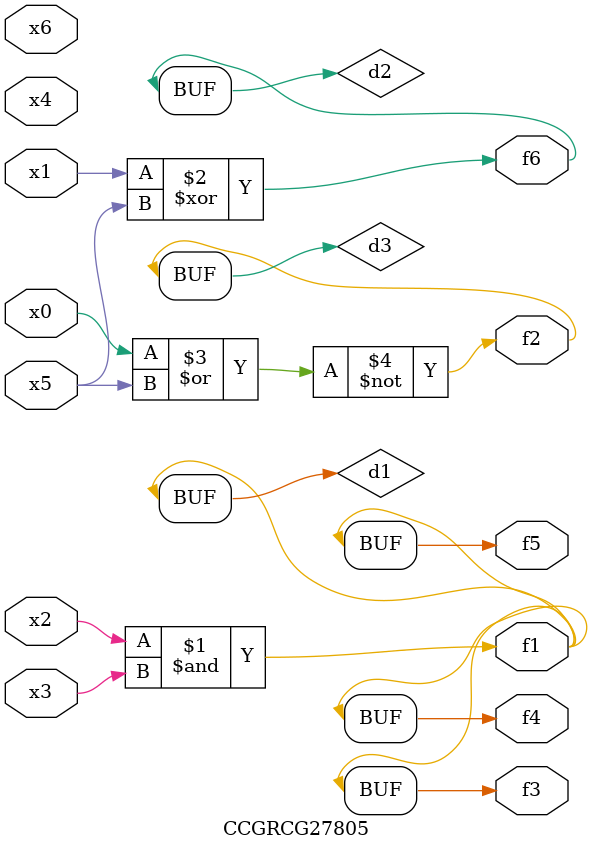
<source format=v>
module CCGRCG27805(
	input x0, x1, x2, x3, x4, x5, x6,
	output f1, f2, f3, f4, f5, f6
);

	wire d1, d2, d3;

	and (d1, x2, x3);
	xor (d2, x1, x5);
	nor (d3, x0, x5);
	assign f1 = d1;
	assign f2 = d3;
	assign f3 = d1;
	assign f4 = d1;
	assign f5 = d1;
	assign f6 = d2;
endmodule

</source>
